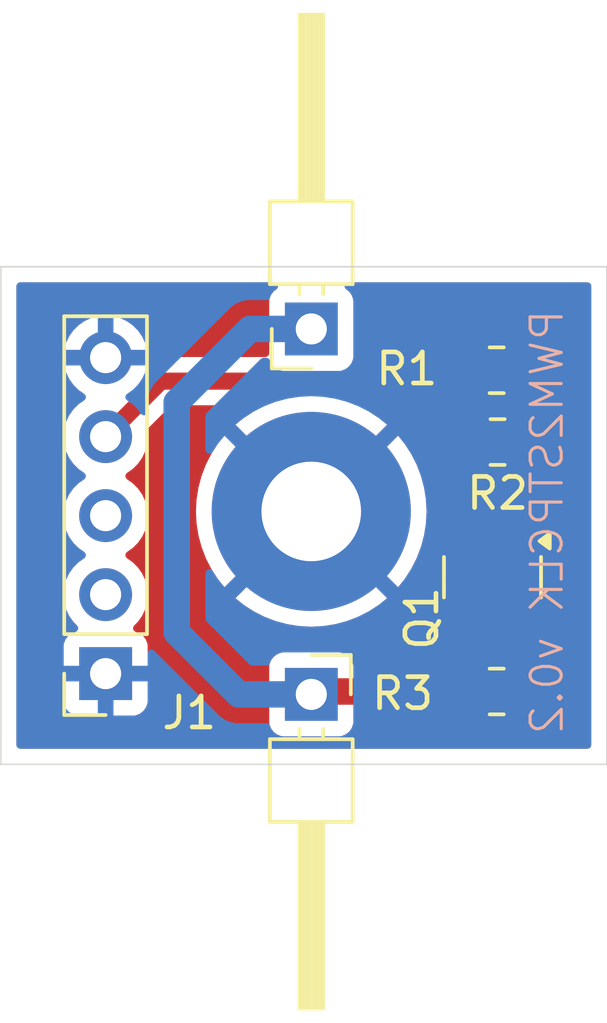
<source format=kicad_pcb>
(kicad_pcb (version 20240108) (generator "pcbnew") (generator_version "8.0")
  (layers (0 "F.Cu" signal) (31 "B.Cu" signal) (34 "B.Paste" user) (35 "F.Paste" user) (36 "B.SilkS" user "B.Silkscreen") (37 "F.SilkS" user "F.Silkscreen") (38 "B.Mask" user) (39 "F.Mask" user) (44 "Edge.Cuts" user))
  (net 0 "")
  (net 1 "GND")
  (net 2 "Net-(Q1-D)")
  (net 3 "Net-(Q1-G)")
  (net 4 "STPCLK")
  (net 5 "PWM")
  (footprint "Connector_PinHeader_2.54mm:PinHeader_1x01_P2.54mm_Horizontal" (layer "F.Cu") (at 151.25 78.75 90)
    (property "Reference" "J2" (hide yes))
    (property "Value" "STPCLK" (hide yes))
    (fp_line (start 4.1 -1.33) (end 1.44 -1.33) (stroke (width 0.12)) (layer "F.SilkS"))
    (fp_line (start 1.44 -1.33) (end 1.44 1.33) (stroke (width 0.12)) (layer "F.SilkS"))
    (fp_line (start -1.27 -1.27) (end 0 -1.27) (stroke (width 0.12)) (layer "F.SilkS"))
    (fp_line (start 10.1 -0.38) (end 10.1 0.38) (stroke (width 0.12)) (layer "F.SilkS"))
    (fp_line (start 4.1 -0.38) (end 10.1 -0.38) (stroke (width 0.12)) (layer "F.SilkS"))
    (fp_line (start 1.11 -0.38) (end 1.44 -0.38) (stroke (width 0.12)) (layer "F.SilkS"))
    (fp_line (start 4.1 -0.32) (end 10.1 -0.32) (stroke (width 0.12)) (layer "F.SilkS"))
    (fp_line (start 4.1 -0.2) (end 10.1 -0.2) (stroke (width 0.12)) (layer "F.SilkS"))
    (fp_line (start 4.1 -0.08) (end 10.1 -0.08) (stroke (width 0.12)) (layer "F.SilkS"))
    (fp_line (start -1.27 0) (end -1.27 -1.27) (stroke (width 0.12)) (layer "F.SilkS"))
    (fp_line (start 4.1 0.04) (end 10.1 0.04) (stroke (width 0.12)) (layer "F.SilkS"))
    (fp_line (start 4.1 0.16) (end 10.1 0.16) (stroke (width 0.12)) (layer "F.SilkS"))
    (fp_line (start 4.1 0.28) (end 10.1 0.28) (stroke (width 0.12)) (layer "F.SilkS"))
    (fp_line (start 10.1 0.38) (end 4.1 0.38) (stroke (width 0.12)) (layer "F.SilkS"))
    (fp_line (start 1.11 0.38) (end 1.44 0.38) (stroke (width 0.12)) (layer "F.SilkS"))
    (fp_line (start 4.1 1.33) (end 4.1 -1.33) (stroke (width 0.12)) (layer "F.SilkS"))
    (fp_line (start 1.44 1.33) (end 4.1 1.33) (stroke (width 0.12)) (layer "F.SilkS"))
    (pad "1" thru_hole rect (at 0 0 90) (size 1.7 1.7) (drill 1) (layers "*.Cu" "*.Mask") (net 4 "STPCLK"))
  )
  (footprint "Resistor_SMD:R_0805_2012Metric" (layer "F.Cu") (at 157.208237 80.078671)
    (property "Reference" "R1" (at -2.890008 -0.044807 0) (layer "F.SilkS"))
    (property "Value" "1k" (hide yes))
    (fp_line (start -0.227064 -0.735) (end 0.227064 -0.735) (stroke (width 0.12)) (layer "F.SilkS"))
    (fp_line (start -0.227064 0.735) (end 0.227064 0.735) (stroke (width 0.12)) (layer "F.SilkS"))
    (pad "1" smd roundrect (at -0.9125 0) (size 1.025 1.4) (layers "F.Cu" "F.Paste" "F.Mask") (roundrect_rratio 0.243902) (net 5 "PWM"))
    (pad "2" smd roundrect (at 0.9125 0) (size 1.025 1.4) (layers "F.Cu" "F.Paste" "F.Mask") (roundrect_rratio 0.243902) (net 3 "Net-(Q1-G)"))
  )
  (footprint "Connector_PinSocket_2.54mm:PinSocket_1x05_P2.54mm_Vertical" (layer "F.Cu") (at 144.640063 89.83249 180)
    (property "Reference" "J1" (at -2.688379 -1.260094 0) (layer "F.SilkS"))
    (property "Value" "PWM" (hide yes))
    (fp_line (start 1.33 1.27) (end 1.33 11.49) (stroke (width 0.12)) (layer "F.SilkS"))
    (fp_line (start 1.33 -1.33) (end 1.33 0) (stroke (width 0.12)) (layer "F.SilkS"))
    (fp_line (start 0 -1.33) (end 1.33 -1.33) (stroke (width 0.12)) (layer "F.SilkS"))
    (fp_line (start -1.33 11.49) (end 1.33 11.49) (stroke (width 0.12)) (layer "F.SilkS"))
    (fp_line (start -1.33 1.27) (end 1.33 1.27) (stroke (width 0.12)) (layer "F.SilkS"))
    (fp_line (start -1.33 1.27) (end -1.33 11.49) (stroke (width 0.12)) (layer "F.SilkS"))
    (pad "1" thru_hole rect (at 0 0 180) (size 1.7 1.7) (drill 1) (layers "*.Cu" "*.Mask") (net 1 "GND"))
    (pad "2" thru_hole oval (at 0 2.54 180) (size 1.7 1.7) (drill 1) (layers "*.Cu" "*.Mask"))
    (pad "3" thru_hole oval (at 0 5.08 180) (size 1.7 1.7) (drill 1) (layers "*.Cu" "*.Mask"))
    (pad "4" thru_hole oval (at 0 7.62 180) (size 1.7 1.7) (drill 1) (layers "*.Cu" "*.Mask") (net 5 "PWM"))
    (pad "5" thru_hole oval (at 0 10.16 180) (size 1.7 1.7) (drill 1) (layers "*.Cu" "*.Mask") (net 1 "GND"))
  )
  (footprint "Resistor_SMD:R_0805_2012Metric" (layer "F.Cu") (at 157.236669 82.386197 180)
    (property "Reference" "R2" (at 0 -1.65 0) (layer "F.SilkS"))
    (property "Value" "10k" (hide yes))
    (fp_line (start -0.227064 0.735) (end 0.227064 0.735) (stroke (width 0.12)) (layer "F.SilkS"))
    (fp_line (start -0.227064 -0.735) (end 0.227064 -0.735) (stroke (width 0.12)) (layer "F.SilkS"))
    (pad "1" smd roundrect (at -0.9125 0 180) (size 1.025 1.4) (layers "F.Cu" "F.Paste" "F.Mask") (roundrect_rratio 0.243902) (net 3 "Net-(Q1-G)"))
    (pad "2" smd roundrect (at 0.9125 0 180) (size 1.025 1.4) (layers "F.Cu" "F.Paste" "F.Mask") (roundrect_rratio 0.243902) (net 1 "GND"))
  )
  (footprint "Resistor_SMD:R_0805_2012Metric" (layer "F.Cu") (at 157.208237 90.406529)
    (property "Reference" "R3" (at -3.024427 0.06721 0) (layer "F.SilkS"))
    (property "Value" "100 Ohms" (hide yes))
    (fp_line (start -0.227064 -0.735) (end 0.227064 -0.735) (stroke (width 0.12)) (layer "F.SilkS"))
    (fp_line (start -0.227064 0.735) (end 0.227064 0.735) (stroke (width 0.12)) (layer "F.SilkS"))
    (pad "1" smd roundrect (at -0.9125 0) (size 1.025 1.4) (layers "F.Cu" "F.Paste" "F.Mask") (roundrect_rratio 0.243902) (net 4 "STPCLK"))
    (pad "2" smd roundrect (at 0.9125 0) (size 1.025 1.4) (layers "F.Cu" "F.Paste" "F.Mask") (roundrect_rratio 0.243902) (net 2 "Net-(Q1-D)"))
  )
  (footprint "Connector_PinHeader_2.54mm:PinHeader_1x01_P2.54mm_Horizontal" (layer "F.Cu") (at 151.25 90.5 -90)
    (property "Reference" "J3" (hide yes))
    (property "Value" "STPCLK" (hide yes))
    (fp_line (start 1.44 1.33) (end 4.1 1.33) (stroke (width 0.12)) (layer "F.SilkS"))
    (fp_line (start 4.1 1.33) (end 4.1 -1.33) (stroke (width 0.12)) (layer "F.SilkS"))
    (fp_line (start 1.11 0.38) (end 1.44 0.38) (stroke (width 0.12)) (layer "F.SilkS"))
    (fp_line (start 10.1 0.38) (end 4.1 0.38) (stroke (width 0.12)) (layer "F.SilkS"))
    (fp_line (start 4.1 0.28) (end 10.1 0.28) (stroke (width 0.12)) (layer "F.SilkS"))
    (fp_line (start 4.1 0.16) (end 10.1 0.16) (stroke (width 0.12)) (layer "F.SilkS"))
    (fp_line (start 4.1 0.04) (end 10.1 0.04) (stroke (width 0.12)) (layer "F.SilkS"))
    (fp_line (start -1.27 0) (end -1.27 -1.27) (stroke (width 0.12)) (layer "F.SilkS"))
    (fp_line (start 4.1 -0.08) (end 10.1 -0.08) (stroke (width 0.12)) (layer "F.SilkS"))
    (fp_line (start 4.1 -0.2) (end 10.1 -0.2) (stroke (width 0.12)) (layer "F.SilkS"))
    (fp_line (start 4.1 -0.32) (end 10.1 -0.32) (stroke (width 0.12)) (layer "F.SilkS"))
    (fp_line (start 1.11 -0.38) (end 1.44 -0.38) (stroke (width 0.12)) (layer "F.SilkS"))
    (fp_line (start 4.1 -0.38) (end 10.1 -0.38) (stroke (width 0.12)) (layer "F.SilkS"))
    (fp_line (start 10.1 -0.38) (end 10.1 0.38) (stroke (width 0.12)) (layer "F.SilkS"))
    (fp_line (start -1.27 -1.27) (end 0 -1.27) (stroke (width 0.12)) (layer "F.SilkS"))
    (fp_line (start 1.44 -1.33) (end 1.44 1.33) (stroke (width 0.12)) (layer "F.SilkS"))
    (fp_line (start 4.1 -1.33) (end 1.44 -1.33) (stroke (width 0.12)) (layer "F.SilkS"))
    (pad "1" thru_hole rect (at 0 0 270) (size 1.7 1.7) (drill 1) (layers "*.Cu" "*.Mask") (net 4 "STPCLK"))
  )
  (footprint "Package_TO_SOT_SMD:SOT-23" (layer "F.Cu") (at 157.073818 86.732411 -90)
    (property "Reference" "Q1" (at 1.325219 2.271786 90) (layer "F.SilkS"))
    (property "Value" "2N7002" (hide yes))
    (fp_line (start 0 1.56) (end -0.65 1.56) (stroke (width 0.12)) (layer "F.SilkS"))
    (fp_line (start 0 1.56) (end 0.65 1.56) (stroke (width 0.12)) (layer "F.SilkS"))
    (fp_line (start 0 -1.56) (end -0.65 -1.56) (stroke (width 0.12)) (layer "F.SilkS"))
    (fp_line (start 0 -1.56) (end 0.65 -1.56) (stroke (width 0.12)) (layer "F.SilkS"))
    (fp_poly (pts (xy -1.1625 -1.51) (xy -1.4025 -1.84) (xy -0.9225 -1.84) (xy -1.1625 -1.51)) (stroke (width 0.12)) (fill solid) (layer "F.SilkS"))
    (pad "1" smd roundrect (at -0.9375 -0.95 270) (size 1.475 0.6) (layers "F.Cu" "F.Paste" "F.Mask") (net 3 "Net-(Q1-G)"))
    (pad "2" smd roundrect (at -0.9375 0.95 270) (size 1.475 0.6) (layers "F.Cu" "F.Paste" "F.Mask") (net 1 "GND"))
    (pad "3" smd roundrect (at 0.9375 0 270) (size 1.475 0.6) (layers "F.Cu" "F.Paste" "F.Mask") (net 2 "Net-(Q1-D)"))
  )
  (footprint "MountingHole:MountingHole_3.2mm_M3_Pad" (layer "F.Cu") (at 151.248996 84.618071)
    (property "Reference" "H1" (hide yes))
    (property "Value" "MountingHole_3.2mm_M3_Pad" (hide yes))
    (pad "1" thru_hole circle (at 0 0) (size 6.4 6.4) (drill 3.2) (layers "*.Cu" "*.Mask") (net 1 "GND"))
  )
  (gr_rect (start 141.271146 76.75) (end 160.75 92.75) (stroke (width 0.05)) (fill none) (layer "Edge.Cuts"))
  (gr_text "PWM2STPCLK v0.2" (at 159.40943 78.059628 90) (layer "B.SilkS") (effects (font (size 1 1) (thickness 0.1)) (justify left bottom mirror)))
  (segment (start 158.120737 88.71683) (end 158.120737 90.406529) (width 0.85) (layer "F.Cu") (net 2))
  (segment (start 157.073818 87.669911) (end 158.120737 88.71683) (width 0.85) (layer "F.Cu") (net 2))
  (segment (start 158.149169 80.107103) (end 158.120737 80.078671) (width 0.55) (layer "F.Cu") (net 3))
  (segment (start 158.149169 82.386197) (end 158.149169 80.107103) (width 0.55) (layer "F.Cu") (net 3))
  (segment (start 158.149169 82.386197) (end 158.149169 85.66956) (width 0.55) (layer "F.Cu") (net 3))
  (segment (start 158.149169 85.66956) (end 158.023818 85.794911) (width 0.45) (layer "F.Cu") (net 3))
  (segment (start 151.343471 90.406529) (end 151.25 90.5) (width 0.45) (layer "F.Cu") (net 4))
  (segment (start 156.295737 90.406529) (end 151.343471 90.406529) (width 0.85) (layer "F.Cu") (net 4))
  (segment (start 146.925185 88.505185) (end 146.925185 81.104815) (width 0.85) (layer "B.Cu") (net 4))
  (segment (start 149.28 78.75) (end 151.25 78.75) (width 0.85) (layer "B.Cu") (net 4))
  (segment (start 146.925185 81.104815) (end 149.28 78.75) (width 0.85) (layer "B.Cu") (net 4))
  (segment (start 148.92 90.5) (end 146.925185 88.505185) (width 0.85) (layer "B.Cu") (net 4))
  (segment (start 151.25 90.5) (end 148.92 90.5) (width 0.85) (layer "B.Cu") (net 4))
  (segment (start 144.640063 82.21249) (end 146.423874 80.428679) (width 0.55) (layer "F.Cu") (net 5))
  (segment (start 155.945729 80.428679) (end 156.295737 80.078671) (width 0.45) (layer "F.Cu") (net 5))
  (segment (start 146.423874 80.428679) (end 155.945729 80.428679) (width 0.55) (layer "F.Cu") (net 5))
  (zone (net 1) (net_name "GND") (layer "F.Cu") (connect_pads (clearance 0.5)) (min_thickness 0.25) (fill yes (thermal_gap 0.5) (thermal_bridge_width 0.5))
    (polygon (pts (xy 141.293549 76.724568) (xy 160.75 76.75) (xy 160.75 92.75) (xy 141.293549 92.724568)))
  )
  (zone (net 1) (net_name "GND") (layer "B.Cu") (priority 1) (connect_pads (clearance 0.5)) (min_thickness 0.25) (fill yes (thermal_gap 0.5) (thermal_bridge_width 0.5))
    (polygon (pts (xy 141.315952 76.724569) (xy 160.75 76.75) (xy 160.75 92.75) (xy 141.315952 92.724569)))
  )
)
</source>
